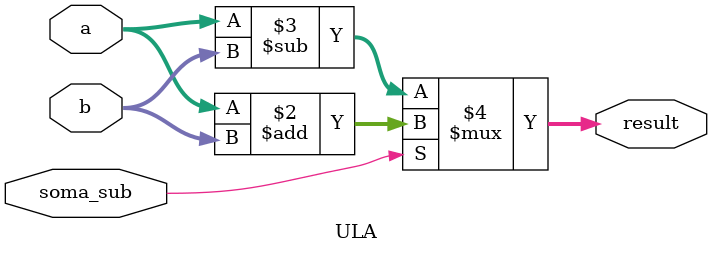
<source format=v>
module ULA(
            input[63:0] a , b,
            input soma_sub,
            output[63:0] result
);

assign result = soma_sub == 1'b1 ? (a+b): (a-b);



endmodule
</source>
